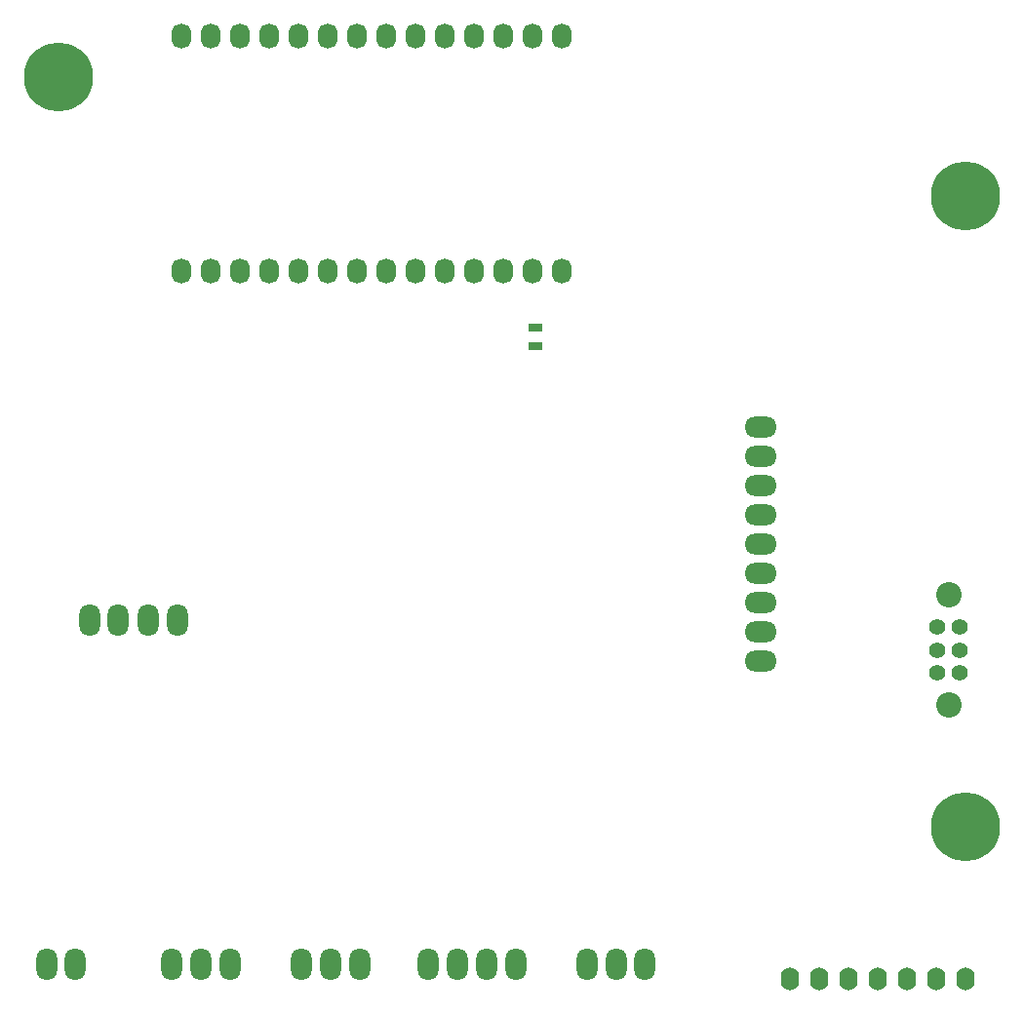
<source format=gbs>
G04*
G04 #@! TF.GenerationSoftware,Altium Limited,Altium Designer,21.6.4 (81)*
G04*
G04 Layer_Color=16711935*
%FSLAX44Y44*%
%MOMM*%
G71*
G04*
G04 #@! TF.SameCoordinates,B6620421-005C-40FD-BBE8-42AC4C8AC442*
G04*
G04*
G04 #@! TF.FilePolarity,Negative*
G04*
G01*
G75*
%ADD30R,1.1532X0.8032*%
%ADD41O,1.6032X2.0032*%
%ADD42O,2.8032X1.8032*%
%ADD43O,1.8032X2.8032*%
%ADD44O,1.7032X2.2032*%
%ADD45C,1.4032*%
%ADD46C,2.2032*%
%ADD47C,6.0000*%
D30*
X476222Y587950D02*
D03*
Y571950D02*
D03*
D41*
X824992Y22352D02*
D03*
X849992D02*
D03*
X748792D02*
D03*
X722992D02*
D03*
X697992D02*
D03*
X774192D02*
D03*
X799592D02*
D03*
D42*
X672592Y400450D02*
D03*
Y375050D02*
D03*
Y298850D02*
D03*
Y323850D02*
D03*
Y349650D02*
D03*
Y476650D02*
D03*
Y450850D02*
D03*
Y425850D02*
D03*
Y502050D02*
D03*
D43*
X571746Y35590D02*
D03*
X546746D02*
D03*
X521346D02*
D03*
X165500Y334518D02*
D03*
X89300D02*
D03*
X114300D02*
D03*
X140100D02*
D03*
X52070Y35590D02*
D03*
X77070D02*
D03*
X211623D02*
D03*
X186623D02*
D03*
X161223D02*
D03*
X324096D02*
D03*
X299096D02*
D03*
X273696D02*
D03*
X434596D02*
D03*
X459596D02*
D03*
X409196D02*
D03*
X383796D02*
D03*
D44*
X499872Y637540D02*
D03*
X474472D02*
D03*
X449072D02*
D03*
X423672D02*
D03*
X398272D02*
D03*
X372872D02*
D03*
X347472D02*
D03*
X322072D02*
D03*
X296672D02*
D03*
X271272D02*
D03*
X245872D02*
D03*
X220472D02*
D03*
X195072D02*
D03*
D03*
X499872Y841040D02*
D03*
X474472D02*
D03*
X449072D02*
D03*
X423672D02*
D03*
X398272D02*
D03*
X372872D02*
D03*
X347472D02*
D03*
X322072D02*
D03*
X296672D02*
D03*
X271272D02*
D03*
X245872D02*
D03*
X220472D02*
D03*
X195072D02*
D03*
X169672D02*
D03*
Y637540D02*
D03*
D45*
X845246Y288168D02*
D03*
Y308168D02*
D03*
Y328168D02*
D03*
X825246Y288168D02*
D03*
Y308168D02*
D03*
Y328168D02*
D03*
D46*
X835246Y260168D02*
D03*
Y356168D02*
D03*
D47*
X849884Y702818D02*
D03*
Y154432D02*
D03*
X62992Y806196D02*
D03*
M02*

</source>
